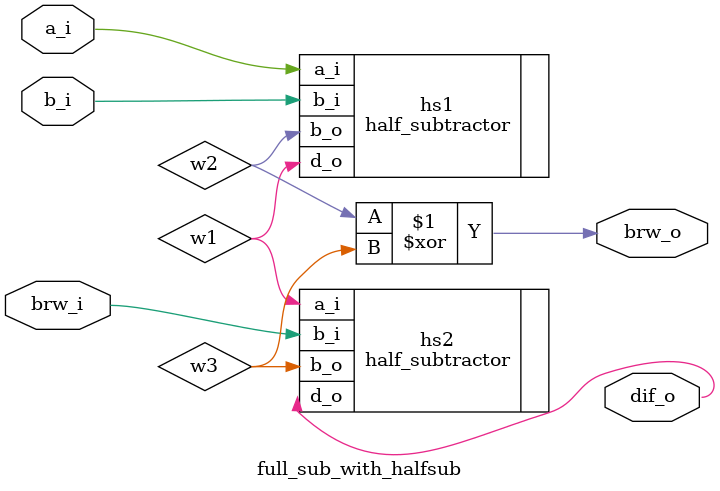
<source format=sv>
module full_sub_with_halfsub(a_i,b_i,brw_i,dif_o,brw_o);

input logic a_i,b_i,brw_i; 
output logic dif_o,brw_o; 

wire w1,w2,w3; 

half_subtractor  hs1  (.a_i(a_i),.b_i(b_i),.d_o(w1),.b_o(w2));

half_subtractor  hs2  (.a_i(w1),.b_i(brw_i),.d_o(dif_o),.b_o(w3));

xor xr1(brw_o,w2,w3);

endmodule


</source>
